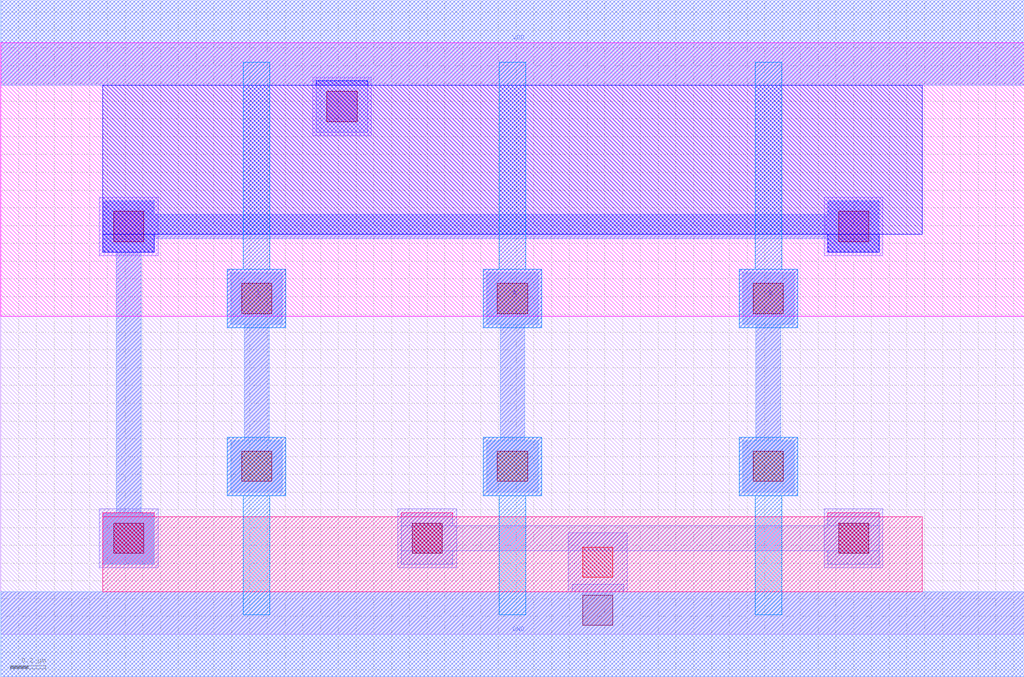
<source format=lef>
MACRO OAI21X1
 CLASS CORE ;
 FOREIGN OAI21X1 0 0 ;
 ORIGIN 0 0 ;
 SYMMETRY X Y R90 ;
 SITE UNIT ;
  PIN VDD
   DIRECTION INOUT ;
   USE SIGNAL ;
   SHAPE ABUTMENT ;
    PORT
     CLASS CORE ;
       LAYER metal2 ;
        RECT 0.00000000 3.09000000 5.76000000 3.57000000 ;
    END
  END VDD

  PIN GND
   DIRECTION INOUT ;
   USE SIGNAL ;
   SHAPE ABUTMENT ;
    PORT
     CLASS CORE ;
       LAYER metal2 ;
        RECT 0.00000000 -0.24000000 5.76000000 0.24000000 ;
    END
  END GND

  PIN Y
   DIRECTION INOUT ;
   USE SIGNAL ;
   SHAPE ABUTMENT ;
    PORT
     CLASS CORE ;
       LAYER metal2 ;
        RECT 0.57500000 0.39500000 0.86500000 0.68500000 ;
        RECT 0.65000000 0.68500000 0.79000000 2.15000000 ;
        RECT 0.57500000 2.15000000 0.86500000 2.22500000 ;
        RECT 4.65500000 2.15000000 4.94500000 2.22500000 ;
        RECT 0.57500000 2.22500000 4.94500000 2.36500000 ;
        RECT 0.57500000 2.36500000 0.86500000 2.44000000 ;
        RECT 4.65500000 2.36500000 4.94500000 2.44000000 ;
    END
  END Y

  PIN A
   DIRECTION INOUT ;
   USE SIGNAL ;
   SHAPE ABUTMENT ;
    PORT
     CLASS CORE ;
       LAYER metal2 ;
        RECT 2.73500000 0.80000000 3.02500000 1.09000000 ;
        RECT 2.81000000 1.09000000 2.95000000 1.74500000 ;
        RECT 2.73500000 1.74500000 3.02500000 2.03500000 ;
    END
  END A

  PIN C
   DIRECTION INOUT ;
   USE SIGNAL ;
   SHAPE ABUTMENT ;
    PORT
     CLASS CORE ;
       LAYER metal2 ;
        RECT 1.29500000 0.80000000 1.58500000 1.09000000 ;
        RECT 1.37000000 1.09000000 1.51000000 1.74500000 ;
        RECT 1.29500000 1.74500000 1.58500000 2.03500000 ;
    END
  END C

  PIN B
   DIRECTION INOUT ;
   USE SIGNAL ;
   SHAPE ABUTMENT ;
    PORT
     CLASS CORE ;
       LAYER metal2 ;
        RECT 4.17500000 0.80000000 4.46500000 1.09000000 ;
        RECT 4.25000000 1.09000000 4.39000000 1.74500000 ;
        RECT 4.17500000 1.74500000 4.46500000 2.03500000 ;
    END
  END B

  OBS
   LAYER abutment_box ;
    RECT 0.00000000 0.00000000 5.76000000 3.33000000 ;
  END

  OBS
   LAYER metal1 ;
    RECT 3.27500000 0.05000000 3.44500000 0.24000000 ;
    RECT 3.19500000 0.24000000 3.52500000 0.57000000 ;
    RECT 0.55500000 0.37500000 0.88500000 0.70500000 ;
    RECT 2.23500000 0.37500000 2.56500000 0.70500000 ;
    RECT 4.63500000 0.37500000 4.96500000 0.70500000 ;
    RECT 1.27500000 0.78000000 1.60500000 1.11000000 ;
    RECT 2.71500000 0.78000000 3.04500000 1.11000000 ;
    RECT 4.15500000 0.78000000 4.48500000 1.11000000 ;
    RECT 1.27500000 1.72500000 1.60500000 2.05500000 ;
    RECT 2.71500000 1.72500000 3.04500000 2.05500000 ;
    RECT 4.15500000 1.72500000 4.48500000 2.05500000 ;
    RECT 0.55500000 2.13000000 0.88500000 2.46000000 ;
    RECT 4.63500000 2.13000000 4.96500000 2.46000000 ;
    RECT 1.75500000 2.80500000 2.08500000 3.13500000 ;
  END

  OBS
   LAYER metal1_label ;

  END

  OBS
   LAYER metal1_pin ;

  END

  OBS
   LAYER metal2 ;
    RECT 0.00000000 -0.24000000 5.76000000 0.24000000 ;
    RECT 3.21500000 0.24000000 3.50500000 0.28000000 ;
    RECT 2.25500000 0.39500000 2.54500000 0.47000000 ;
    RECT 4.65500000 0.39500000 4.94500000 0.47000000 ;
    RECT 2.25500000 0.47000000 4.94500000 0.61000000 ;
    RECT 2.25500000 0.61000000 2.54500000 0.68500000 ;
    RECT 4.65500000 0.61000000 4.94500000 0.68500000 ;
    RECT 1.29500000 0.80000000 1.58500000 1.09000000 ;
    RECT 1.37000000 1.09000000 1.51000000 1.74500000 ;
    RECT 1.29500000 1.74500000 1.58500000 2.03500000 ;
    RECT 2.73500000 0.80000000 3.02500000 1.09000000 ;
    RECT 2.81000000 1.09000000 2.95000000 1.74500000 ;
    RECT 2.73500000 1.74500000 3.02500000 2.03500000 ;
    RECT 4.17500000 0.80000000 4.46500000 1.09000000 ;
    RECT 4.25000000 1.09000000 4.39000000 1.74500000 ;
    RECT 4.17500000 1.74500000 4.46500000 2.03500000 ;
    RECT 0.57500000 0.39500000 0.86500000 0.68500000 ;
    RECT 0.65000000 0.68500000 0.79000000 2.15000000 ;
    RECT 0.57500000 2.15000000 0.86500000 2.22500000 ;
    RECT 4.65500000 2.15000000 4.94500000 2.22500000 ;
    RECT 0.57500000 2.22500000 4.94500000 2.36500000 ;
    RECT 0.57500000 2.36500000 0.86500000 2.44000000 ;
    RECT 4.65500000 2.36500000 4.94500000 2.44000000 ;
    RECT 1.77500000 2.82500000 2.06500000 3.09000000 ;
    RECT 0.00000000 3.09000000 5.76000000 3.57000000 ;
  END

  OBS
   LAYER metal2_label ;

  END

  OBS
   LAYER metal2_pin ;
    RECT 0.00000000 -0.24000000 5.76000000 0.24000000 ;
    RECT 1.29500000 0.80000000 1.58500000 1.09000000 ;
    RECT 1.37000000 1.09000000 1.51000000 1.74500000 ;
    RECT 1.29500000 1.74500000 1.58500000 2.03500000 ;
    RECT 2.73500000 0.80000000 3.02500000 1.09000000 ;
    RECT 2.81000000 1.09000000 2.95000000 1.74500000 ;
    RECT 2.73500000 1.74500000 3.02500000 2.03500000 ;
    RECT 4.17500000 0.80000000 4.46500000 1.09000000 ;
    RECT 4.25000000 1.09000000 4.39000000 1.74500000 ;
    RECT 4.17500000 1.74500000 4.46500000 2.03500000 ;
    RECT 0.57500000 0.39500000 0.86500000 0.68500000 ;
    RECT 0.65000000 0.68500000 0.79000000 2.15000000 ;
    RECT 0.57500000 2.15000000 0.86500000 2.22500000 ;
    RECT 4.65500000 2.15000000 4.94500000 2.22500000 ;
    RECT 0.57500000 2.22500000 4.94500000 2.36500000 ;
    RECT 0.57500000 2.36500000 0.86500000 2.44000000 ;
    RECT 4.65500000 2.36500000 4.94500000 2.44000000 ;
    RECT 0.00000000 3.09000000 5.76000000 3.57000000 ;
  END

  OBS
   LAYER ndiff_contact ;
    RECT 3.27500000 0.32000000 3.44500000 0.49000000 ;
    RECT 0.63500000 0.45500000 0.80500000 0.62500000 ;
    RECT 2.31500000 0.45500000 2.48500000 0.62500000 ;
    RECT 4.71500000 0.45500000 4.88500000 0.62500000 ;
  END

  OBS
   LAYER ndiffusion ;
    RECT 0.57500000 0.24000000 5.18500000 0.66000000 ;
    RECT 0.57500000 0.66000000 0.86500000 0.68500000 ;
    RECT 2.25500000 0.66000000 2.54500000 0.68500000 ;
    RECT 4.65500000 0.66000000 4.94500000 0.68500000 ;
  END

  OBS
   LAYER nplus ;

  END

  OBS
   LAYER nwell ;
    RECT 0.00000000 1.79000000 5.76000000 3.33000000 ;
  END

  OBS
   LAYER pdiff_contact ;
    RECT 0.63500000 2.21000000 0.80500000 2.38000000 ;
    RECT 4.71500000 2.21000000 4.88500000 2.38000000 ;
    RECT 1.83500000 2.88500000 2.00500000 3.05500000 ;
  END

  OBS
   LAYER pdiffusion ;
    RECT 0.57500000 2.15000000 0.86500000 2.25000000 ;
    RECT 4.65500000 2.15000000 4.94500000 2.25000000 ;
    RECT 0.57500000 2.25000000 5.18500000 3.09000000 ;
    RECT 1.77500000 3.09000000 2.06500000 3.11500000 ;
  END

  OBS
   LAYER poly ;
    RECT 1.36500000 0.11000000 1.51500000 0.78000000 ;
    RECT 1.27500000 0.78000000 1.60500000 1.11000000 ;
    RECT 2.80500000 0.11000000 2.95500000 0.78000000 ;
    RECT 2.71500000 0.78000000 3.04500000 1.11000000 ;
    RECT 4.24500000 0.11000000 4.39500000 0.78000000 ;
    RECT 4.15500000 0.78000000 4.48500000 1.11000000 ;
    RECT 1.27500000 1.72500000 1.60500000 2.05500000 ;
    RECT 1.36500000 2.05500000 1.51500000 3.22000000 ;
    RECT 2.71500000 1.72500000 3.04500000 2.05500000 ;
    RECT 2.80500000 2.05500000 2.95500000 3.22000000 ;
    RECT 4.15500000 1.72500000 4.48500000 2.05500000 ;
    RECT 4.24500000 2.05500000 4.39500000 3.22000000 ;
  END

  OBS
   LAYER poly_contact ;
    RECT 1.35500000 0.86000000 1.52500000 1.03000000 ;
    RECT 2.79500000 0.86000000 2.96500000 1.03000000 ;
    RECT 4.23500000 0.86000000 4.40500000 1.03000000 ;
    RECT 1.35500000 1.80500000 1.52500000 1.97500000 ;
    RECT 2.79500000 1.80500000 2.96500000 1.97500000 ;
    RECT 4.23500000 1.80500000 4.40500000 1.97500000 ;
  END

  OBS
   LAYER pplus ;

  END

  OBS
   LAYER via1 ;
    RECT 3.27500000 0.05000000 3.44500000 0.22000000 ;
    RECT 0.63500000 0.45500000 0.80500000 0.62500000 ;
    RECT 2.31500000 0.45500000 2.48500000 0.62500000 ;
    RECT 4.71500000 0.45500000 4.88500000 0.62500000 ;
    RECT 1.35500000 0.86000000 1.52500000 1.03000000 ;
    RECT 2.79500000 0.86000000 2.96500000 1.03000000 ;
    RECT 4.23500000 0.86000000 4.40500000 1.03000000 ;
    RECT 1.35500000 1.80500000 1.52500000 1.97500000 ;
    RECT 2.79500000 1.80500000 2.96500000 1.97500000 ;
    RECT 4.23500000 1.80500000 4.40500000 1.97500000 ;
    RECT 0.63500000 2.21000000 0.80500000 2.38000000 ;
    RECT 4.71500000 2.21000000 4.88500000 2.38000000 ;
    RECT 1.83500000 2.88500000 2.00500000 3.05500000 ;
  END

END OAI21X1

</source>
